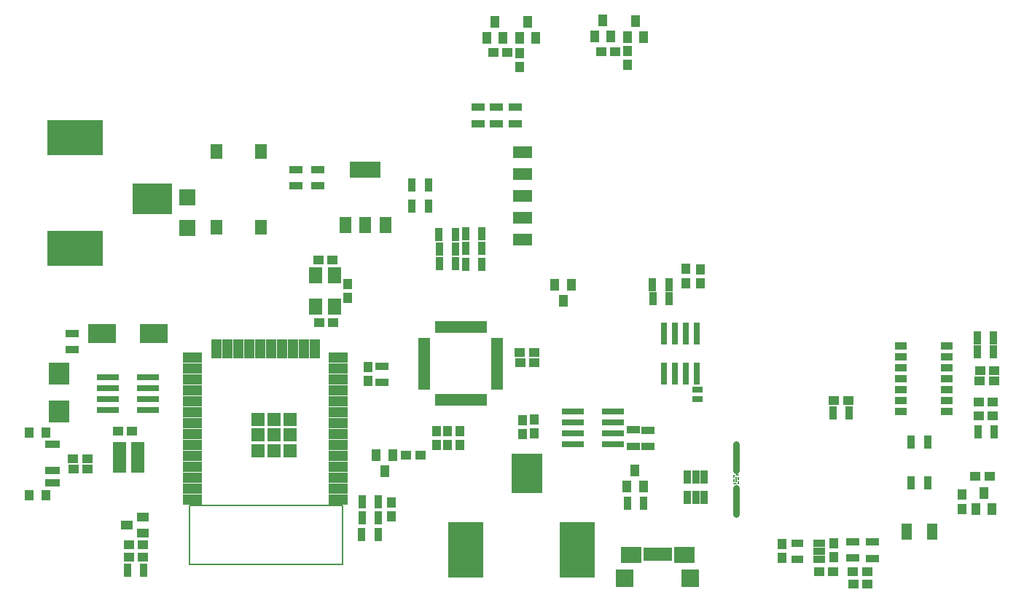
<source format=gtp>
G04*
G04 #@! TF.GenerationSoftware,Altium Limited,Altium Designer,21.6.4 (81)*
G04*
G04 Layer_Color=8421504*
%FSLAX25Y25*%
%MOIN*%
G70*
G04*
G04 #@! TF.SameCoordinates,B0EADD32-72DF-464D-AA4A-4A4E6069522B*
G04*
G04*
G04 #@! TF.FilePolarity,Positive*
G04*
G01*
G75*
%ADD17C,0.00500*%
%ADD18C,0.03000*%
%ADD19R,0.06236X0.06236*%
%ADD20R,0.08874X0.04543*%
%ADD21R,0.04543X0.08874*%
%ADD22R,0.09858X0.02969*%
%ADD23R,0.04543X0.07299*%
%ADD24R,0.04937X0.04150*%
%ADD25R,0.05724X0.02181*%
%ADD26R,0.03362X0.06354*%
%ADD27R,0.06118X0.03756*%
%ADD28R,0.03756X0.06118*%
%ADD29R,0.05724X0.07299*%
%ADD30R,0.13992X0.07299*%
%ADD31R,0.02181X0.05724*%
%ADD32R,0.04150X0.05331*%
%ADD33R,0.08480X0.08087*%
%ADD34R,0.09268X0.07299*%
%ADD35R,0.02575X0.06315*%
%ADD36R,0.05921X0.07299*%
%ADD37R,0.04150X0.04937*%
%ADD38R,0.13992X0.18323*%
%ADD39R,0.16354X0.25410*%
%ADD40R,0.05646X0.03284*%
%ADD41R,0.08874X0.05331*%
%ADD42R,0.05724X0.07102*%
%ADD43R,0.05331X0.03362*%
%ADD44R,0.04937X0.02969*%
%ADD45R,0.02969X0.09858*%
%ADD46R,0.12811X0.08874*%
%ADD47R,0.09347X0.09858*%
%ADD48R,0.05331X0.04150*%
%ADD49R,0.25410X0.16354*%
%ADD50R,0.07299X0.07299*%
%ADD51R,0.18323X0.13992*%
%ADD52R,0.06118X0.14386*%
%ADD53R,0.06906X0.03756*%
%ADD54R,0.04150X0.04937*%
D17*
X78000Y45000D02*
X148000D01*
Y18000D02*
Y45000D01*
X78000Y18000D02*
X148000D01*
X78000D02*
Y45000D01*
X328000Y56000D02*
Y57000D01*
Y58000D01*
Y59000D02*
X329000D01*
Y57000D02*
Y58000D01*
Y55000D02*
Y56000D01*
X327000Y55000D02*
X328000D01*
X327000Y56000D02*
Y57000D01*
Y58000D02*
Y59000D01*
D18*
X328000Y41000D02*
Y53000D01*
Y61000D02*
Y73000D01*
D19*
X109388Y84449D02*
D03*
X116612D02*
D03*
X123837D02*
D03*
X109388Y77224D02*
D03*
X116612D02*
D03*
X123837D02*
D03*
X109388Y70000D02*
D03*
X116612D02*
D03*
X123837D02*
D03*
D20*
X79211Y47697D02*
D03*
X146140D02*
D03*
X79211Y52697D02*
D03*
Y57697D02*
D03*
Y62697D02*
D03*
Y67697D02*
D03*
Y72697D02*
D03*
Y77697D02*
D03*
Y82697D02*
D03*
Y87697D02*
D03*
Y92697D02*
D03*
Y97697D02*
D03*
Y102697D02*
D03*
Y107697D02*
D03*
Y112697D02*
D03*
X146140D02*
D03*
Y107697D02*
D03*
Y102697D02*
D03*
Y97697D02*
D03*
Y92697D02*
D03*
Y87697D02*
D03*
Y82697D02*
D03*
Y77697D02*
D03*
Y72697D02*
D03*
Y67697D02*
D03*
Y62697D02*
D03*
Y57697D02*
D03*
Y52697D02*
D03*
D21*
X135175Y116634D02*
D03*
X90175D02*
D03*
X95175D02*
D03*
X100175D02*
D03*
X105175D02*
D03*
X110175D02*
D03*
X115175D02*
D03*
X120175D02*
D03*
X125175D02*
D03*
X130175D02*
D03*
D22*
X253467Y87980D02*
D03*
Y82980D02*
D03*
Y77980D02*
D03*
Y72980D02*
D03*
X271774D02*
D03*
Y77980D02*
D03*
Y82980D02*
D03*
Y87980D02*
D03*
X40748Y93717D02*
D03*
Y98716D02*
D03*
X59055Y88717D02*
D03*
Y93717D02*
D03*
Y98716D02*
D03*
Y103717D02*
D03*
X40748D02*
D03*
Y88717D02*
D03*
D23*
X406151Y33051D02*
D03*
X417569D02*
D03*
D24*
X229253Y110170D02*
D03*
X229073Y115040D02*
D03*
X381471Y14600D02*
D03*
X387909D02*
D03*
X381602Y8950D02*
D03*
X388038D02*
D03*
X438932Y92330D02*
D03*
X445368D02*
D03*
X438923Y85810D02*
D03*
X445360D02*
D03*
X445938Y101830D02*
D03*
X439501D02*
D03*
X446038Y106790D02*
D03*
X439602D02*
D03*
X235510Y115040D02*
D03*
X235690Y110170D02*
D03*
X183589Y67890D02*
D03*
X177152D02*
D03*
X372742Y92820D02*
D03*
X379179D02*
D03*
X143719Y128670D02*
D03*
X137282D02*
D03*
X45281Y79000D02*
D03*
X51718D02*
D03*
X437401Y58140D02*
D03*
X443839D02*
D03*
X372490Y14740D02*
D03*
X366053D02*
D03*
X50282Y21200D02*
D03*
X56718D02*
D03*
X143410Y157280D02*
D03*
X136973D02*
D03*
X266181Y252720D02*
D03*
X272619D02*
D03*
X223410Y252270D02*
D03*
X216973D02*
D03*
X31319Y61500D02*
D03*
X24882D02*
D03*
X31218Y66200D02*
D03*
X24781D02*
D03*
X56718Y26900D02*
D03*
X50282D02*
D03*
D25*
X218765Y112826D02*
D03*
Y114795D02*
D03*
Y120700D02*
D03*
Y116763D02*
D03*
Y110857D02*
D03*
Y108889D02*
D03*
Y106921D02*
D03*
Y104952D02*
D03*
Y102983D02*
D03*
Y101015D02*
D03*
Y99046D02*
D03*
X185300Y120700D02*
D03*
Y99046D02*
D03*
Y101015D02*
D03*
Y102983D02*
D03*
Y104952D02*
D03*
Y108889D02*
D03*
Y110857D02*
D03*
Y112826D02*
D03*
Y114795D02*
D03*
Y116763D02*
D03*
Y118731D02*
D03*
X218765D02*
D03*
X185300Y106921D02*
D03*
D26*
X313300Y48714D02*
D03*
X309560D02*
D03*
X305820D02*
D03*
Y57966D02*
D03*
X309560D02*
D03*
X313300D02*
D03*
D27*
X381460Y20870D02*
D03*
Y28350D02*
D03*
X390310Y20710D02*
D03*
Y28190D02*
D03*
X281080Y72000D02*
D03*
Y79480D02*
D03*
X287800Y71970D02*
D03*
Y79450D02*
D03*
X227000Y227240D02*
D03*
Y219760D02*
D03*
X218500D02*
D03*
Y227240D02*
D03*
X210000Y219760D02*
D03*
Y227240D02*
D03*
X166030Y101150D02*
D03*
Y108630D02*
D03*
X24500Y123740D02*
D03*
X126700Y198716D02*
D03*
X136684D02*
D03*
X24500Y116260D02*
D03*
X126700Y191235D02*
D03*
X136684D02*
D03*
D28*
X438650Y78560D02*
D03*
X446130D02*
D03*
X49620Y15200D02*
D03*
X57100D02*
D03*
X438210Y121560D02*
D03*
X445690D02*
D03*
X438230Y115220D02*
D03*
X445710D02*
D03*
X192200Y162400D02*
D03*
X199680D02*
D03*
X199580Y169000D02*
D03*
X192100D02*
D03*
X204320Y169400D02*
D03*
X211800D02*
D03*
X192200Y155500D02*
D03*
X199680D02*
D03*
X211800Y155300D02*
D03*
X204320D02*
D03*
X211800Y162500D02*
D03*
X204320D02*
D03*
X297210Y146030D02*
D03*
X289730D02*
D03*
X297330Y139610D02*
D03*
X289850D02*
D03*
X372230Y87220D02*
D03*
X379710D02*
D03*
X415600Y73810D02*
D03*
X408120D02*
D03*
Y55170D02*
D03*
X415600D02*
D03*
X285680Y45900D02*
D03*
X278200D02*
D03*
X156920Y39400D02*
D03*
X156960Y46600D02*
D03*
X187300Y182040D02*
D03*
X187240Y191590D02*
D03*
X164400Y39400D02*
D03*
X156760Y31800D02*
D03*
X164240D02*
D03*
X164440Y46600D02*
D03*
X179820Y182040D02*
D03*
X179760Y191590D02*
D03*
D29*
X167555Y173402D02*
D03*
X149445D02*
D03*
X158500D02*
D03*
D30*
Y198598D02*
D03*
D31*
X191206Y126605D02*
D03*
X195142D02*
D03*
X197111D02*
D03*
X199080D02*
D03*
X201048D02*
D03*
X203016D02*
D03*
X204985D02*
D03*
X206954D02*
D03*
X208922D02*
D03*
X210891D02*
D03*
X212859D02*
D03*
Y93141D02*
D03*
X208922D02*
D03*
X206954D02*
D03*
X204985D02*
D03*
X203016D02*
D03*
X201048D02*
D03*
X199080D02*
D03*
X197111D02*
D03*
X195142D02*
D03*
X193174D02*
D03*
X191206D02*
D03*
X193174Y126605D02*
D03*
X210891Y93141D02*
D03*
D32*
X281800Y60921D02*
D03*
X285540Y53479D02*
D03*
X278060D02*
D03*
X170940Y68120D02*
D03*
X167200Y60680D02*
D03*
X163460Y68120D02*
D03*
X263260Y259559D02*
D03*
X270740D02*
D03*
X267000Y267000D02*
D03*
X437660Y43339D02*
D03*
X445140D02*
D03*
X441400Y50780D02*
D03*
X248900Y138600D02*
D03*
X245160Y146041D02*
D03*
X252640D02*
D03*
X282000Y266721D02*
D03*
X285740Y259279D02*
D03*
X278260D02*
D03*
X217760Y266441D02*
D03*
X221500Y259000D02*
D03*
X214020D02*
D03*
X232740Y266441D02*
D03*
X236480Y259000D02*
D03*
X229000D02*
D03*
D33*
X307063Y11500D02*
D03*
X277141D02*
D03*
D34*
X304307Y22238D02*
D03*
X279897D02*
D03*
D35*
X286984Y22720D02*
D03*
X289543D02*
D03*
X292102D02*
D03*
X294661D02*
D03*
X297220D02*
D03*
D36*
X144351Y135846D02*
D03*
Y150414D02*
D03*
X135689Y135846D02*
D03*
Y150414D02*
D03*
D37*
X150390Y139971D02*
D03*
Y146408D02*
D03*
X201550Y72501D02*
D03*
Y78939D02*
D03*
X235570Y77842D02*
D03*
Y84279D02*
D03*
X230420Y84109D02*
D03*
Y77671D02*
D03*
X372810Y21231D02*
D03*
Y27668D02*
D03*
X195850Y72512D02*
D03*
Y78948D02*
D03*
X190880Y79018D02*
D03*
Y72581D02*
D03*
X349080Y20932D02*
D03*
Y27369D02*
D03*
X431170Y43420D02*
D03*
Y49857D02*
D03*
X311590Y146650D02*
D03*
Y153087D02*
D03*
X304950Y146720D02*
D03*
Y153157D02*
D03*
X159790Y108299D02*
D03*
Y101862D02*
D03*
X278200Y253018D02*
D03*
Y246582D02*
D03*
X228900Y245563D02*
D03*
Y252000D02*
D03*
X170290Y46448D02*
D03*
Y40012D02*
D03*
D38*
X232453Y59736D02*
D03*
D39*
X255287Y24500D02*
D03*
X204500D02*
D03*
D40*
X403305Y118090D02*
D03*
Y113090D02*
D03*
Y108090D02*
D03*
Y103090D02*
D03*
Y98090D02*
D03*
Y93090D02*
D03*
Y88090D02*
D03*
X424250Y118090D02*
D03*
Y113090D02*
D03*
Y108090D02*
D03*
Y103090D02*
D03*
Y98090D02*
D03*
Y93090D02*
D03*
Y88090D02*
D03*
D41*
X230500Y206500D02*
D03*
Y196500D02*
D03*
Y186500D02*
D03*
Y176500D02*
D03*
Y166500D02*
D03*
D42*
X90244Y172177D02*
D03*
Y206823D02*
D03*
X110756D02*
D03*
Y172177D02*
D03*
D43*
X366108Y20300D02*
D03*
Y24040D02*
D03*
Y27780D02*
D03*
X355872D02*
D03*
Y20300D02*
D03*
D44*
X310380Y97825D02*
D03*
Y93495D02*
D03*
D45*
X295100Y105347D02*
D03*
X300100D02*
D03*
X305100D02*
D03*
X310100D02*
D03*
Y123653D02*
D03*
X305100D02*
D03*
X300100D02*
D03*
X295100D02*
D03*
D46*
X38091Y123776D02*
D03*
X61713D02*
D03*
D47*
X18200Y105202D02*
D03*
Y87998D02*
D03*
D48*
X56721Y39740D02*
D03*
X49279Y36000D02*
D03*
X56721Y32260D02*
D03*
D49*
X25744Y213394D02*
D03*
Y162606D02*
D03*
D50*
X77000Y186000D02*
D03*
Y171827D02*
D03*
D51*
X60980Y185441D02*
D03*
D52*
X54268Y67000D02*
D03*
X46000D02*
D03*
D53*
X15390Y72858D02*
D03*
Y61047D02*
D03*
Y55142D02*
D03*
D54*
X12437Y49630D02*
D03*
Y78370D02*
D03*
X4563Y49630D02*
D03*
Y78370D02*
D03*
M02*

</source>
